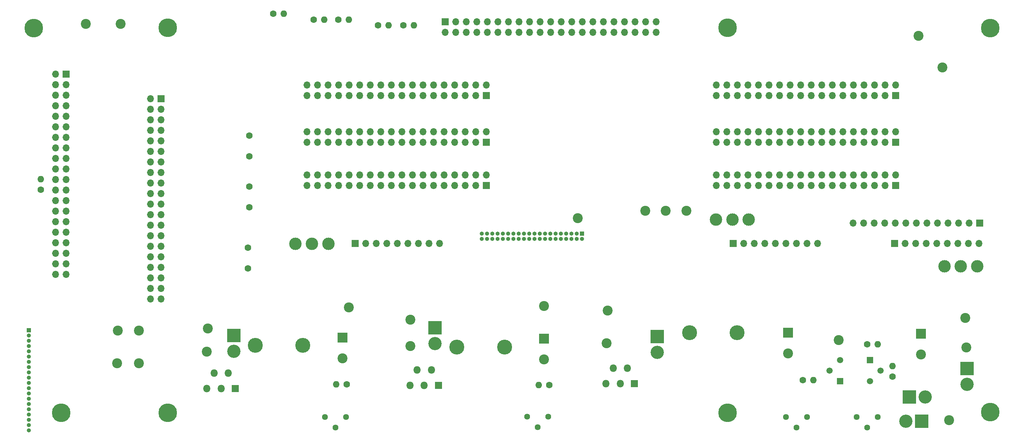
<source format=gbr>
%TF.GenerationSoftware,KiCad,Pcbnew,6.0.11*%
%TF.CreationDate,2024-12-15T19:30:31+01:00*%
%TF.ProjectId,stk-8500-MB,73746b2d-3835-4303-902d-4d422e6b6963,rev?*%
%TF.SameCoordinates,Original*%
%TF.FileFunction,Soldermask,Bot*%
%TF.FilePolarity,Negative*%
%FSLAX46Y46*%
G04 Gerber Fmt 4.6, Leading zero omitted, Abs format (unit mm)*
G04 Created by KiCad (PCBNEW 6.0.11) date 2024-12-15 19:30:31*
%MOMM*%
%LPD*%
G01*
G04 APERTURE LIST*
%ADD10R,1.000000X1.000000*%
%ADD11O,1.000000X1.000000*%
%ADD12C,2.400000*%
%ADD13R,3.200000X3.200000*%
%ADD14O,3.200000X3.200000*%
%ADD15C,1.600000*%
%ADD16O,1.600000X1.600000*%
%ADD17R,1.700000X1.700000*%
%ADD18O,1.700000X1.700000*%
%ADD19C,3.600000*%
%ADD20C,3.000000*%
%ADD21C,4.500000*%
%ADD22R,2.400000X2.400000*%
%ADD23R,1.800000X1.800000*%
%ADD24O,1.800000X1.800000*%
%ADD25C,1.440000*%
%ADD26R,1.500000X1.500000*%
%ADD27C,1.500000*%
G04 APERTURE END LIST*
D10*
%TO.C,sens1*%
X29000000Y-131700000D03*
D11*
X29000000Y-132970000D03*
X29000000Y-134240000D03*
X29000000Y-135510000D03*
X29000000Y-136780000D03*
X29000000Y-138050000D03*
X29000000Y-139320000D03*
X29000000Y-140590000D03*
X29000000Y-141860000D03*
X29000000Y-143130000D03*
X29000000Y-144400000D03*
X29000000Y-145670000D03*
X29000000Y-146940000D03*
X29000000Y-148210000D03*
X29000000Y-149480000D03*
X29000000Y-150750000D03*
X29000000Y-152020000D03*
X29000000Y-153290000D03*
X29000000Y-154560000D03*
X29000000Y-155830000D03*
%TD*%
D12*
%TO.C,5V_1*%
X55450000Y-139618000D03*
%TD*%
D13*
%TO.C,D1*%
X180282000Y-133189000D03*
D14*
X180282000Y-136999000D03*
%TD*%
D15*
%TO.C,R2*%
X230799000Y-135102000D03*
D16*
X233339000Y-135102000D03*
%TD*%
D17*
%TO.C,Pico_mc1*%
X37970000Y-69950000D03*
D18*
X35430000Y-69950000D03*
X37970000Y-72490000D03*
X35430000Y-72490000D03*
X37970000Y-75030000D03*
X35430000Y-75030000D03*
X37970000Y-77570000D03*
X35430000Y-77570000D03*
X37970000Y-80110000D03*
X35430000Y-80110000D03*
X37970000Y-82650000D03*
X35430000Y-82650000D03*
X37970000Y-85190000D03*
X35430000Y-85190000D03*
X37970000Y-87730000D03*
X35430000Y-87730000D03*
X37970000Y-90270000D03*
X35430000Y-90270000D03*
X37970000Y-92810000D03*
X35430000Y-92810000D03*
X37970000Y-95350000D03*
X35430000Y-95350000D03*
X37970000Y-97890000D03*
X35430000Y-97890000D03*
X37970000Y-100430000D03*
X35430000Y-100430000D03*
X37970000Y-102970000D03*
X35430000Y-102970000D03*
X37970000Y-105510000D03*
X35430000Y-105510000D03*
X37970000Y-108050000D03*
X35430000Y-108050000D03*
X37970000Y-110590000D03*
X35430000Y-110590000D03*
X37970000Y-113130000D03*
X35430000Y-113130000D03*
X37970000Y-115670000D03*
X35430000Y-115670000D03*
X37970000Y-118210000D03*
X35430000Y-118210000D03*
%TD*%
D13*
%TO.C,D3*%
X254860000Y-140955000D03*
D14*
X254860000Y-144765000D03*
%TD*%
D19*
%TO.C,L1*%
X188029000Y-132308000D03*
X199469000Y-132308000D03*
%TD*%
D17*
%TO.C,Pico_en1*%
X60820000Y-75910000D03*
D18*
X58280000Y-75910000D03*
X60820000Y-78450000D03*
X58280000Y-78450000D03*
X60820000Y-80990000D03*
X58280000Y-80990000D03*
X60820000Y-83530000D03*
X58280000Y-83530000D03*
X60820000Y-86070000D03*
X58280000Y-86070000D03*
X60820000Y-88610000D03*
X58280000Y-88610000D03*
X60820000Y-91150000D03*
X58280000Y-91150000D03*
X60820000Y-93690000D03*
X58280000Y-93690000D03*
X60820000Y-96230000D03*
X58280000Y-96230000D03*
X60820000Y-98770000D03*
X58280000Y-98770000D03*
X60820000Y-101310000D03*
X58280000Y-101310000D03*
X60820000Y-103850000D03*
X58280000Y-103850000D03*
X60820000Y-106390000D03*
X58280000Y-106390000D03*
X60820000Y-108930000D03*
X58280000Y-108930000D03*
X60820000Y-111470000D03*
X58280000Y-111470000D03*
X60820000Y-114010000D03*
X58280000Y-114010000D03*
X60820000Y-116550000D03*
X58280000Y-116550000D03*
X60820000Y-119090000D03*
X58280000Y-119090000D03*
X60820000Y-121630000D03*
X58280000Y-121630000D03*
X60820000Y-124170000D03*
X58280000Y-124170000D03*
%TD*%
D12*
%TO.C,SGND_3*%
X243160000Y-60760000D03*
%TD*%
%TO.C,VIN_R2*%
X120884000Y-129154000D03*
%TD*%
%TO.C,VIN_R1*%
X168344000Y-126974000D03*
%TD*%
D13*
%TO.C,DR2*%
X126760000Y-131060000D03*
D14*
X126760000Y-134870000D03*
%TD*%
D20*
%TO.C,bPo1*%
X93200000Y-110900000D03*
X97160000Y-110900000D03*
X101119999Y-110900000D03*
%TD*%
D15*
%TO.C,RR3*%
X105517000Y-144698000D03*
D16*
X102977000Y-144698000D03*
%TD*%
D12*
%TO.C,SGND_2*%
X50370000Y-131744000D03*
%TD*%
D21*
%TO.C,H7*%
X260460000Y-151460000D03*
%TD*%
D20*
%TO.C,aPo1*%
X194413400Y-105020000D03*
X198373400Y-105020000D03*
X202333399Y-105020000D03*
%TD*%
D12*
%TO.C,BAT-_R1*%
X250560000Y-153360000D03*
%TD*%
D18*
%TO.C,eC1*%
X136560000Y-72600000D03*
X134020000Y-72600000D03*
X136560000Y-75140000D03*
X134020000Y-75140000D03*
X139100000Y-72600000D03*
D17*
X139100000Y-75140000D03*
D18*
X131480000Y-72600000D03*
X128940000Y-75140000D03*
X131480000Y-75140000D03*
X128940000Y-72600000D03*
X123860000Y-72600000D03*
X126400000Y-72600000D03*
X126400000Y-75140000D03*
X123860000Y-75140000D03*
X116240000Y-72600000D03*
X121320000Y-75140000D03*
X121320000Y-72600000D03*
X118780000Y-75140000D03*
X116240000Y-75140000D03*
X118780000Y-72600000D03*
X111160000Y-75140000D03*
X113700000Y-72600000D03*
X111160000Y-72600000D03*
X113700000Y-75140000D03*
X108620000Y-72600000D03*
X108620000Y-75140000D03*
X106080000Y-75140000D03*
X106080000Y-72600000D03*
X103540000Y-75140000D03*
X103540000Y-72600000D03*
X101000000Y-75140000D03*
X101000000Y-72600000D03*
X98460000Y-75140000D03*
X98460000Y-72600000D03*
X95920000Y-75140000D03*
X95920000Y-72600000D03*
%TD*%
%TO.C,cC1*%
X235160000Y-72600000D03*
X237700000Y-72600000D03*
X235160000Y-75140000D03*
X232620000Y-72600000D03*
D17*
X237700000Y-75140000D03*
D18*
X232620000Y-75140000D03*
X227540000Y-75140000D03*
X227540000Y-72600000D03*
X230080000Y-75140000D03*
X230080000Y-72600000D03*
X222460000Y-75140000D03*
X225000000Y-72600000D03*
X225000000Y-75140000D03*
X222460000Y-72600000D03*
X214840000Y-72600000D03*
X214840000Y-75140000D03*
X217380000Y-75140000D03*
X219920000Y-75140000D03*
X219920000Y-72600000D03*
X217380000Y-72600000D03*
X212300000Y-72600000D03*
X209760000Y-75140000D03*
X212300000Y-75140000D03*
X209760000Y-72600000D03*
X207220000Y-75140000D03*
X207220000Y-72600000D03*
X204680000Y-75140000D03*
X204680000Y-72600000D03*
X202140000Y-75140000D03*
X202140000Y-72600000D03*
X199600000Y-75140000D03*
X199600000Y-72600000D03*
X197060000Y-75140000D03*
X197060000Y-72600000D03*
X194520000Y-72600000D03*
X194520000Y-75140000D03*
%TD*%
D15*
%TO.C,C3*%
X82060000Y-102060000D03*
X82060000Y-97060000D03*
%TD*%
D13*
%TO.C,D2*%
X243917000Y-153644000D03*
D14*
X240107000Y-153644000D03*
%TD*%
D22*
%TO.C,C2*%
X243782000Y-132524041D03*
D12*
X243782000Y-137524041D03*
%TD*%
%TO.C,BAT+_R1*%
X254450000Y-128752000D03*
%TD*%
D15*
%TO.C,R8*%
X31828000Y-97835000D03*
D16*
X31828000Y-95295000D03*
%TD*%
D18*
%TO.C,aC1*%
X232620000Y-96840000D03*
D17*
X237700000Y-96840000D03*
D18*
X235160000Y-96840000D03*
X232620000Y-94300000D03*
X235160000Y-94300000D03*
X237700000Y-94300000D03*
X230080000Y-94300000D03*
X227540000Y-96840000D03*
X230080000Y-96840000D03*
X227540000Y-94300000D03*
X222460000Y-94300000D03*
X225000000Y-94300000D03*
X222460000Y-96840000D03*
X225000000Y-96840000D03*
X219920000Y-96840000D03*
X217380000Y-96840000D03*
X219920000Y-94300000D03*
X214840000Y-96840000D03*
X214840000Y-94300000D03*
X217380000Y-94300000D03*
X209760000Y-94300000D03*
X212300000Y-94300000D03*
X212300000Y-96840000D03*
X209760000Y-96840000D03*
X207220000Y-94300000D03*
X207220000Y-96840000D03*
X204680000Y-96840000D03*
X204680000Y-94300000D03*
X202140000Y-96840000D03*
X202140000Y-94300000D03*
X199600000Y-96840000D03*
X199600000Y-94300000D03*
X197060000Y-96840000D03*
X197060000Y-94300000D03*
X194520000Y-94300000D03*
X194520000Y-96840000D03*
%TD*%
D12*
%TO.C,SGND_4*%
X42660000Y-57860000D03*
%TD*%
D22*
%TO.C,C1*%
X211778000Y-132270041D03*
D12*
X211778000Y-137270041D03*
%TD*%
%TO.C,5V_4*%
X51060000Y-57860000D03*
%TD*%
D22*
%TO.C,CR2*%
X153015000Y-133726000D03*
D12*
X153015000Y-138726000D03*
%TD*%
D21*
%TO.C,H4*%
X62400000Y-151550000D03*
%TD*%
D12*
%TO.C,PGND_3*%
X187270000Y-102900000D03*
%TD*%
D15*
%TO.C,R5*%
X87865000Y-55440000D03*
D16*
X90405000Y-55440000D03*
%TD*%
D15*
%TO.C,C4*%
X81760000Y-116760000D03*
X81760000Y-111760000D03*
%TD*%
D12*
%TO.C,VOUT_R2*%
X153015000Y-125852000D03*
%TD*%
D23*
%TO.C,RU3*%
X78662000Y-145764000D03*
D24*
X76962000Y-142064000D03*
X75262000Y-145764000D03*
X73562000Y-142064000D03*
X71862000Y-145764000D03*
%TD*%
D15*
%TO.C,R4*%
X215334000Y-143738000D03*
D16*
X217874000Y-143738000D03*
%TD*%
D15*
%TO.C,R10*%
X97555000Y-56880000D03*
D16*
X100095000Y-56880000D03*
%TD*%
D15*
%TO.C,R7*%
X103455000Y-56830000D03*
D16*
X105995000Y-56830000D03*
%TD*%
D19*
%TO.C,L3*%
X83488000Y-135350000D03*
X94928000Y-135350000D03*
%TD*%
D12*
%TO.C,GND_R3*%
X71804000Y-136874000D03*
%TD*%
D15*
%TO.C,RR2*%
X154295000Y-144902000D03*
D16*
X151755000Y-144902000D03*
%TD*%
D21*
%TO.C,H5*%
X36760000Y-151560000D03*
%TD*%
D25*
%TO.C,RVolt2*%
X148951000Y-152522000D03*
X151491000Y-155062000D03*
X154031000Y-152522000D03*
%TD*%
%TO.C,RVolt1*%
X228288000Y-152628000D03*
X230828000Y-155168000D03*
X233368000Y-152628000D03*
%TD*%
D12*
%TO.C,CURMon_R1*%
X223970000Y-134086000D03*
%TD*%
D15*
%TO.C,C5*%
X82060000Y-89760000D03*
X82060000Y-84760000D03*
%TD*%
D12*
%TO.C,PGND_1*%
X177370000Y-102900000D03*
%TD*%
%TO.C,PGND_2*%
X182320000Y-102900000D03*
%TD*%
D17*
%TO.C,aEnHa1*%
X198550000Y-110800000D03*
D18*
X201090000Y-110800000D03*
X203630000Y-110800000D03*
X206170000Y-110800000D03*
X208710000Y-110800000D03*
X211250000Y-110800000D03*
X213790000Y-110800000D03*
X216330000Y-110800000D03*
X218870000Y-110800000D03*
%TD*%
%TO.C,dC1*%
X232620000Y-83830000D03*
X232620000Y-86370000D03*
X237700000Y-83830000D03*
X235160000Y-86370000D03*
X235160000Y-83830000D03*
D17*
X237700000Y-86370000D03*
D18*
X227540000Y-86370000D03*
X230080000Y-86370000D03*
X230080000Y-83830000D03*
X227540000Y-83830000D03*
X222460000Y-83830000D03*
X222460000Y-86370000D03*
X225000000Y-86370000D03*
X225000000Y-83830000D03*
X217380000Y-83830000D03*
X219920000Y-86370000D03*
X217380000Y-86370000D03*
X219920000Y-83830000D03*
X214840000Y-86370000D03*
X214840000Y-83830000D03*
X209760000Y-86370000D03*
X209760000Y-83830000D03*
X212300000Y-86370000D03*
X212300000Y-83830000D03*
X207220000Y-86370000D03*
X207220000Y-83830000D03*
X204680000Y-86370000D03*
X204680000Y-83830000D03*
X202140000Y-86370000D03*
X202140000Y-83830000D03*
X199600000Y-86370000D03*
X199600000Y-83830000D03*
X197060000Y-86370000D03*
X197060000Y-83830000D03*
X194520000Y-86370000D03*
X194520000Y-83830000D03*
%TD*%
D17*
%TO.C,bC1*%
X139100000Y-96840000D03*
D18*
X136560000Y-94300000D03*
X134020000Y-96840000D03*
X136560000Y-96840000D03*
X139100000Y-94300000D03*
X134020000Y-94300000D03*
X128940000Y-94300000D03*
X131480000Y-96840000D03*
X128940000Y-96840000D03*
X131480000Y-94300000D03*
X123860000Y-94300000D03*
X123860000Y-96840000D03*
X126400000Y-94300000D03*
X126400000Y-96840000D03*
X118780000Y-94300000D03*
X118780000Y-96840000D03*
X116240000Y-94300000D03*
X116240000Y-96840000D03*
X121320000Y-96840000D03*
X121320000Y-94300000D03*
X113700000Y-94300000D03*
X113700000Y-96840000D03*
X111160000Y-94300000D03*
X111160000Y-96840000D03*
X108620000Y-94300000D03*
X108620000Y-96840000D03*
X106080000Y-96840000D03*
X106080000Y-94300000D03*
X103540000Y-96840000D03*
X103540000Y-94300000D03*
X101000000Y-96840000D03*
X101000000Y-94300000D03*
X98460000Y-96840000D03*
X98460000Y-94300000D03*
X95920000Y-94300000D03*
X95920000Y-96840000D03*
%TD*%
D21*
%TO.C,H1*%
X197200000Y-58800000D03*
%TD*%
D26*
%TO.C,Q2*%
X224312000Y-144002000D03*
D27*
X221772000Y-141462000D03*
X224312000Y-138922000D03*
%TD*%
D23*
%TO.C,U4*%
X174760000Y-144560000D03*
D24*
X173060000Y-140860000D03*
X171360000Y-144560000D03*
X169660000Y-140860000D03*
X167960000Y-144560000D03*
%TD*%
D17*
%TO.C,dEnHaPo1*%
X257900000Y-105900000D03*
D18*
X255360000Y-105900000D03*
X252820000Y-105900000D03*
X250280000Y-105900000D03*
X247740000Y-105900000D03*
X245200000Y-105900000D03*
X242660000Y-105900000D03*
X240120000Y-105900000D03*
X237580000Y-105900000D03*
X235040000Y-105900000D03*
X232500000Y-105900000D03*
X229960000Y-105900000D03*
X227420000Y-105900000D03*
%TD*%
D25*
%TO.C,RVolt3*%
X100252000Y-152622000D03*
X102792000Y-155162000D03*
X105332000Y-152622000D03*
%TD*%
D15*
%TO.C,R9*%
X113045000Y-58230000D03*
D16*
X115585000Y-58230000D03*
%TD*%
D12*
%TO.C,VIN_R3*%
X72058000Y-131286000D03*
%TD*%
%TO.C,VOUT_R3*%
X105996000Y-126156000D03*
%TD*%
D13*
%TO.C,R3*%
X240988000Y-147802000D03*
D14*
X244798000Y-147802000D03*
%TD*%
D17*
%TO.C,fC1*%
X139100000Y-86370000D03*
D18*
X134020000Y-83830000D03*
X136560000Y-83830000D03*
X139100000Y-83830000D03*
X136560000Y-86370000D03*
X134020000Y-86370000D03*
X131480000Y-83830000D03*
X128940000Y-83830000D03*
X128940000Y-86370000D03*
X131480000Y-86370000D03*
X126400000Y-83830000D03*
X123860000Y-86370000D03*
X126400000Y-86370000D03*
X123860000Y-83830000D03*
X116240000Y-86370000D03*
X116240000Y-83830000D03*
X118780000Y-83830000D03*
X118780000Y-86370000D03*
X121320000Y-83830000D03*
X121320000Y-86370000D03*
X111160000Y-86370000D03*
X111160000Y-83830000D03*
X113700000Y-83830000D03*
X113700000Y-86370000D03*
X108620000Y-83830000D03*
X108620000Y-86370000D03*
X106080000Y-86370000D03*
X106080000Y-83830000D03*
X103540000Y-86370000D03*
X103540000Y-83830000D03*
X101000000Y-86370000D03*
X101000000Y-83830000D03*
X98460000Y-86370000D03*
X98460000Y-83830000D03*
X95920000Y-86370000D03*
X95920000Y-83830000D03*
%TD*%
D26*
%TO.C,Q1*%
X231502000Y-138902000D03*
D27*
X234042000Y-141442000D03*
X231502000Y-143982000D03*
%TD*%
D20*
%TO.C,cPo1*%
X257340000Y-116310000D03*
X253380000Y-116310000D03*
X249420001Y-116310000D03*
%TD*%
D15*
%TO.C,R6*%
X119185000Y-58230000D03*
D16*
X121725000Y-58230000D03*
%TD*%
D12*
%TO.C,5V_3*%
X248960000Y-68360000D03*
%TD*%
%TO.C,VOUT_R1*%
X254704000Y-135864000D03*
%TD*%
D23*
%TO.C,RU2*%
X127586000Y-144952000D03*
D24*
X125886000Y-141252000D03*
X124186000Y-144952000D03*
X122486000Y-141252000D03*
X120786000Y-144952000D03*
%TD*%
D21*
%TO.C,H3*%
X62400000Y-58800000D03*
%TD*%
D10*
%TO.C,efEnHaPo1*%
X162200000Y-108400000D03*
D11*
X162200000Y-109670000D03*
X160930000Y-108400000D03*
X160930000Y-109670000D03*
X159660000Y-108400000D03*
X159660000Y-109670000D03*
X158390000Y-108400000D03*
X158390000Y-109670000D03*
X157120000Y-108400000D03*
X157120000Y-109670000D03*
X155850000Y-108400000D03*
X155850000Y-109670000D03*
X154580000Y-108400000D03*
X154580000Y-109670000D03*
X153310000Y-108400000D03*
X153310000Y-109670000D03*
X152040000Y-108400000D03*
X152040000Y-109670000D03*
X150770000Y-108400000D03*
X150770000Y-109670000D03*
X149500000Y-108400000D03*
X149500000Y-109670000D03*
X148230000Y-108400000D03*
X148230000Y-109670000D03*
X146960000Y-108400000D03*
X146960000Y-109670000D03*
X145690000Y-108400000D03*
X145690000Y-109670000D03*
X144420000Y-108400000D03*
X144420000Y-109670000D03*
X143150000Y-108400000D03*
X143150000Y-109670000D03*
X141880000Y-108400000D03*
X141880000Y-109670000D03*
X140610000Y-108400000D03*
X140610000Y-109670000D03*
X139340000Y-108400000D03*
X139340000Y-109670000D03*
X138070000Y-108400000D03*
X138070000Y-109670000D03*
%TD*%
D12*
%TO.C,H12V_1*%
X161130000Y-104700000D03*
%TD*%
D15*
%TO.C,R1*%
X236924000Y-142863000D03*
D16*
X236924000Y-140323000D03*
%TD*%
D12*
%TO.C,GND_R2*%
X120884000Y-135504000D03*
%TD*%
D19*
%TO.C,L2*%
X132060000Y-135758000D03*
X143500000Y-135758000D03*
%TD*%
D21*
%TO.C,H6*%
X30160000Y-58860000D03*
%TD*%
D13*
%TO.C,DR3*%
X78310000Y-132929000D03*
D14*
X78310000Y-136739000D03*
%TD*%
D17*
%TO.C,cEnHa1*%
X237400000Y-110800000D03*
D18*
X239940000Y-110800000D03*
X242480000Y-110800000D03*
X245020000Y-110800000D03*
X247560000Y-110800000D03*
X250100000Y-110800000D03*
X252640000Y-110800000D03*
X255180000Y-110800000D03*
X257720000Y-110800000D03*
%TD*%
D17*
%TO.C,Jmux1*%
X129245000Y-57385000D03*
D18*
X129245000Y-59925000D03*
X131785000Y-57385000D03*
X131785000Y-59925000D03*
X134325000Y-57385000D03*
X134325000Y-59925000D03*
X136865000Y-57385000D03*
X136865000Y-59925000D03*
X139405000Y-57385000D03*
X139405000Y-59925000D03*
X141945000Y-57385000D03*
X141945000Y-59925000D03*
X144485000Y-57385000D03*
X144485000Y-59925000D03*
X147025000Y-57385000D03*
X147025000Y-59925000D03*
X149565000Y-57385000D03*
X149565000Y-59925000D03*
X152105000Y-57385000D03*
X152105000Y-59925000D03*
X154645000Y-57385000D03*
X154645000Y-59925000D03*
X157185000Y-57385000D03*
X157185000Y-59925000D03*
X159725000Y-57385000D03*
X159725000Y-59925000D03*
X162265000Y-57385000D03*
X162265000Y-59925000D03*
X164805000Y-57385000D03*
X164805000Y-59925000D03*
X167345000Y-57385000D03*
X167345000Y-59925000D03*
X169885000Y-57385000D03*
X169885000Y-59925000D03*
X172425000Y-57385000D03*
X172425000Y-59925000D03*
X174965000Y-57385000D03*
X174965000Y-59925000D03*
X177505000Y-57385000D03*
X177505000Y-59925000D03*
X180045000Y-57385000D03*
X180045000Y-59925000D03*
%TD*%
D25*
%TO.C,RCurrent1*%
X211260000Y-152640000D03*
X213800000Y-155180000D03*
X216340000Y-152640000D03*
%TD*%
D12*
%TO.C,SGND_1*%
X55450000Y-131744000D03*
%TD*%
D21*
%TO.C,H8*%
X260460000Y-58860000D03*
%TD*%
%TO.C,H2*%
X197200000Y-151550000D03*
%TD*%
D22*
%TO.C,CR3*%
X104472000Y-133504164D03*
D12*
X104472000Y-138504164D03*
%TD*%
%TO.C,GND_R1*%
X168090000Y-134848000D03*
%TD*%
D17*
%TO.C,bEnHa1*%
X107550000Y-110800000D03*
D18*
X110090000Y-110800000D03*
X112630000Y-110800000D03*
X115170000Y-110800000D03*
X117710000Y-110800000D03*
X120250000Y-110800000D03*
X122790000Y-110800000D03*
X125330000Y-110800000D03*
X127870000Y-110800000D03*
%TD*%
D12*
%TO.C,5V_2*%
X50246000Y-139618000D03*
%TD*%
M02*

</source>
